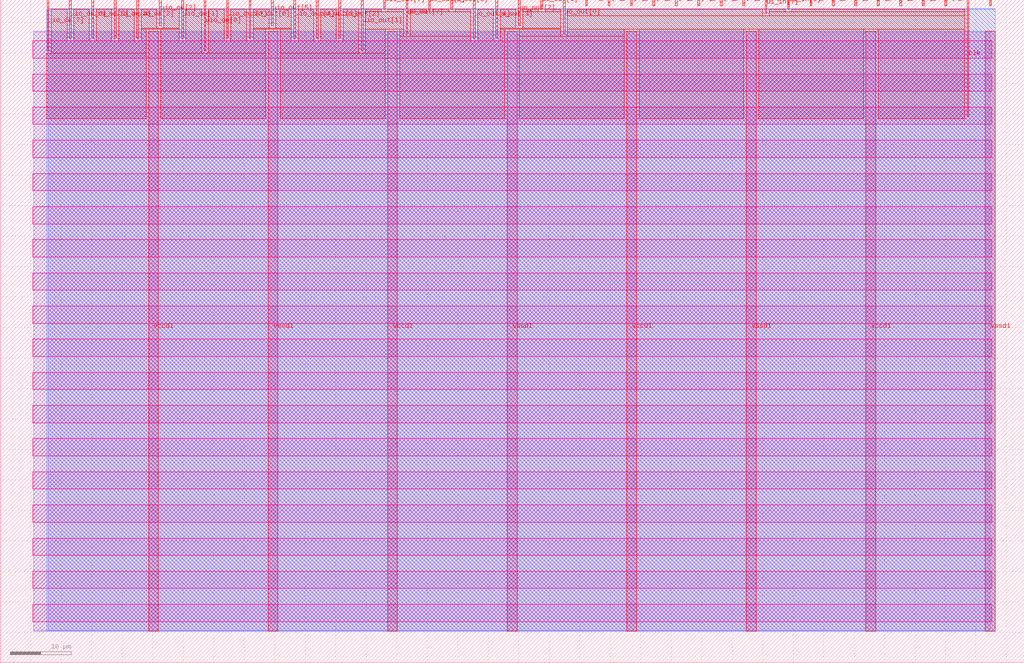
<source format=lef>
VERSION 5.7 ;
  NOWIREEXTENSIONATPIN ON ;
  DIVIDERCHAR "/" ;
  BUSBITCHARS "[]" ;
MACRO tt_um_wokwi_347144898258928211
  CLASS BLOCK ;
  FOREIGN tt_um_wokwi_347144898258928211 ;
  ORIGIN 0.000 0.000 ;
  SIZE 167.900 BY 108.800 ;
  PIN clk
    DIRECTION INPUT ;
    USE SIGNAL ;
    PORT
      LAYER met4 ;
        RECT 158.550 89.580 158.850 108.800 ;
    END
  END clk
  PIN ena
    DIRECTION INPUT ;
    USE SIGNAL ;
    PORT
      LAYER met4 ;
        RECT 162.230 107.800 162.530 108.800 ;
    END
  END ena
  PIN rst_n
    DIRECTION INPUT ;
    USE SIGNAL ;
    PORT
      LAYER met4 ;
        RECT 154.870 107.800 155.170 108.800 ;
    END
  END rst_n
  PIN ui_in[0]
    DIRECTION INPUT ;
    USE SIGNAL ;
    PORT
      LAYER met4 ;
        RECT 151.190 107.800 151.490 108.800 ;
    END
  END ui_in[0]
  PIN ui_in[1]
    DIRECTION INPUT ;
    USE SIGNAL ;
    PORT
      LAYER met4 ;
        RECT 147.510 107.800 147.810 108.800 ;
    END
  END ui_in[1]
  PIN ui_in[2]
    DIRECTION INPUT ;
    USE SIGNAL ;
    PORT
      LAYER met4 ;
        RECT 143.830 107.800 144.130 108.800 ;
    END
  END ui_in[2]
  PIN ui_in[3]
    DIRECTION INPUT ;
    USE SIGNAL ;
    PORT
      LAYER met4 ;
        RECT 140.150 107.800 140.450 108.800 ;
    END
  END ui_in[3]
  PIN ui_in[4]
    DIRECTION INPUT ;
    USE SIGNAL ;
    PORT
      LAYER met4 ;
        RECT 136.470 107.800 136.770 108.800 ;
    END
  END ui_in[4]
  PIN ui_in[5]
    DIRECTION INPUT ;
    USE SIGNAL ;
    PORT
      LAYER met4 ;
        RECT 132.790 107.800 133.090 108.800 ;
    END
  END ui_in[5]
  PIN ui_in[6]
    DIRECTION INPUT ;
    USE SIGNAL ;
    PORT
      LAYER met4 ;
        RECT 129.110 107.260 129.410 108.800 ;
    END
  END ui_in[6]
  PIN ui_in[7]
    DIRECTION INPUT ;
    USE SIGNAL ;
    PORT
      LAYER met4 ;
        RECT 125.430 106.580 125.730 108.800 ;
    END
  END ui_in[7]
  PIN uio_in[0]
    DIRECTION INPUT ;
    USE SIGNAL ;
    PORT
      LAYER met4 ;
        RECT 121.750 107.800 122.050 108.800 ;
    END
  END uio_in[0]
  PIN uio_in[1]
    DIRECTION INPUT ;
    USE SIGNAL ;
    PORT
      LAYER met4 ;
        RECT 118.070 107.800 118.370 108.800 ;
    END
  END uio_in[1]
  PIN uio_in[2]
    DIRECTION INPUT ;
    USE SIGNAL ;
    PORT
      LAYER met4 ;
        RECT 114.390 107.800 114.690 108.800 ;
    END
  END uio_in[2]
  PIN uio_in[3]
    DIRECTION INPUT ;
    USE SIGNAL ;
    PORT
      LAYER met4 ;
        RECT 110.710 107.800 111.010 108.800 ;
    END
  END uio_in[3]
  PIN uio_in[4]
    DIRECTION INPUT ;
    USE SIGNAL ;
    PORT
      LAYER met4 ;
        RECT 107.030 107.800 107.330 108.800 ;
    END
  END uio_in[4]
  PIN uio_in[5]
    DIRECTION INPUT ;
    USE SIGNAL ;
    PORT
      LAYER met4 ;
        RECT 103.350 107.800 103.650 108.800 ;
    END
  END uio_in[5]
  PIN uio_in[6]
    DIRECTION INPUT ;
    USE SIGNAL ;
    PORT
      LAYER met4 ;
        RECT 99.670 107.800 99.970 108.800 ;
    END
  END uio_in[6]
  PIN uio_in[7]
    DIRECTION INPUT ;
    USE SIGNAL ;
    PORT
      LAYER met4 ;
        RECT 95.990 107.800 96.290 108.800 ;
    END
  END uio_in[7]
  PIN uio_oe[0]
    DIRECTION OUTPUT TRISTATE ;
    USE SIGNAL ;
    PORT
      LAYER met4 ;
        RECT 33.430 100.460 33.730 108.800 ;
    END
  END uio_oe[0]
  PIN uio_oe[1]
    DIRECTION OUTPUT TRISTATE ;
    USE SIGNAL ;
    PORT
      LAYER met4 ;
        RECT 29.750 102.500 30.050 108.800 ;
    END
  END uio_oe[1]
  PIN uio_oe[2]
    DIRECTION OUTPUT TRISTATE ;
    USE SIGNAL ;
    PORT
      LAYER met4 ;
        RECT 26.070 104.540 26.370 108.800 ;
    END
  END uio_oe[2]
  PIN uio_oe[3]
    DIRECTION OUTPUT TRISTATE ;
    USE SIGNAL ;
    PORT
      LAYER met4 ;
        RECT 22.390 102.500 22.690 108.800 ;
    END
  END uio_oe[3]
  PIN uio_oe[4]
    DIRECTION OUTPUT TRISTATE ;
    USE SIGNAL ;
    PORT
      LAYER met4 ;
        RECT 18.710 102.500 19.010 108.800 ;
    END
  END uio_oe[4]
  PIN uio_oe[5]
    DIRECTION OUTPUT TRISTATE ;
    USE SIGNAL ;
    PORT
      LAYER met4 ;
        RECT 15.030 102.500 15.330 108.800 ;
    END
  END uio_oe[5]
  PIN uio_oe[6]
    DIRECTION OUTPUT TRISTATE ;
    USE SIGNAL ;
    PORT
      LAYER met4 ;
        RECT 11.350 102.500 11.650 108.800 ;
    END
  END uio_oe[6]
  PIN uio_oe[7]
    DIRECTION OUTPUT TRISTATE ;
    USE SIGNAL ;
    PORT
      LAYER met4 ;
        RECT 7.670 100.460 7.970 108.800 ;
    END
  END uio_oe[7]
  PIN uio_out[0]
    DIRECTION OUTPUT TRISTATE ;
    USE SIGNAL ;
    PORT
      LAYER met4 ;
        RECT 62.870 107.260 63.170 108.800 ;
    END
  END uio_out[0]
  PIN uio_out[1]
    DIRECTION OUTPUT TRISTATE ;
    USE SIGNAL ;
    PORT
      LAYER met4 ;
        RECT 59.190 100.460 59.490 108.800 ;
    END
  END uio_out[1]
  PIN uio_out[2]
    DIRECTION OUTPUT TRISTATE ;
    USE SIGNAL ;
    PORT
      LAYER met4 ;
        RECT 55.510 102.500 55.810 108.800 ;
    END
  END uio_out[2]
  PIN uio_out[3]
    DIRECTION OUTPUT TRISTATE ;
    USE SIGNAL ;
    PORT
      LAYER met4 ;
        RECT 51.830 102.500 52.130 108.800 ;
    END
  END uio_out[3]
  PIN uio_out[4]
    DIRECTION OUTPUT TRISTATE ;
    USE SIGNAL ;
    PORT
      LAYER met4 ;
        RECT 48.150 102.500 48.450 108.800 ;
    END
  END uio_out[4]
  PIN uio_out[5]
    DIRECTION OUTPUT TRISTATE ;
    USE SIGNAL ;
    PORT
      LAYER met4 ;
        RECT 44.470 104.540 44.770 108.800 ;
    END
  END uio_out[5]
  PIN uio_out[6]
    DIRECTION OUTPUT TRISTATE ;
    USE SIGNAL ;
    PORT
      LAYER met4 ;
        RECT 40.790 102.500 41.090 108.800 ;
    END
  END uio_out[6]
  PIN uio_out[7]
    DIRECTION OUTPUT TRISTATE ;
    USE SIGNAL ;
    PORT
      LAYER met4 ;
        RECT 37.110 102.500 37.410 108.800 ;
    END
  END uio_out[7]
  PIN uo_out[0]
    DIRECTION OUTPUT TRISTATE ;
    USE SIGNAL ;
    PORT
      LAYER met4 ;
        RECT 92.310 103.180 92.610 108.800 ;
    END
  END uo_out[0]
  PIN uo_out[1]
    DIRECTION OUTPUT TRISTATE ;
    USE SIGNAL ;
    PORT
      LAYER met4 ;
        RECT 88.630 107.260 88.930 108.800 ;
    END
  END uo_out[1]
  PIN uo_out[2]
    DIRECTION OUTPUT TRISTATE ;
    USE SIGNAL ;
    PORT
      LAYER met4 ;
        RECT 84.950 104.540 85.250 108.800 ;
    END
  END uo_out[2]
  PIN uo_out[3]
    DIRECTION OUTPUT TRISTATE ;
    USE SIGNAL ;
    PORT
      LAYER met4 ;
        RECT 81.270 102.500 81.570 108.800 ;
    END
  END uo_out[3]
  PIN uo_out[4]
    DIRECTION OUTPUT TRISTATE ;
    USE SIGNAL ;
    PORT
      LAYER met4 ;
        RECT 77.590 102.500 77.890 108.800 ;
    END
  END uo_out[4]
  PIN uo_out[5]
    DIRECTION OUTPUT TRISTATE ;
    USE SIGNAL ;
    PORT
      LAYER met4 ;
        RECT 73.910 107.260 74.210 108.800 ;
    END
  END uo_out[5]
  PIN uo_out[6]
    DIRECTION OUTPUT TRISTATE ;
    USE SIGNAL ;
    PORT
      LAYER met4 ;
        RECT 70.230 107.260 70.530 108.800 ;
    END
  END uo_out[6]
  PIN uo_out[7]
    DIRECTION OUTPUT TRISTATE ;
    USE SIGNAL ;
    PORT
      LAYER met4 ;
        RECT 66.550 103.180 66.850 108.800 ;
    END
  END uo_out[7]
  PIN vccd1
    DIRECTION INOUT ;
    USE POWER ;
    PORT
      LAYER met4 ;
        RECT 24.325 5.200 25.925 103.600 ;
    END
    PORT
      LAYER met4 ;
        RECT 63.535 5.200 65.135 103.600 ;
    END
    PORT
      LAYER met4 ;
        RECT 102.745 5.200 104.345 103.600 ;
    END
    PORT
      LAYER met4 ;
        RECT 141.955 5.200 143.555 103.600 ;
    END
  END vccd1
  PIN vssd1
    DIRECTION INOUT ;
    USE GROUND ;
    PORT
      LAYER met4 ;
        RECT 43.930 5.200 45.530 103.600 ;
    END
    PORT
      LAYER met4 ;
        RECT 83.140 5.200 84.740 103.600 ;
    END
    PORT
      LAYER met4 ;
        RECT 122.350 5.200 123.950 103.600 ;
    END
    PORT
      LAYER met4 ;
        RECT 161.560 5.200 163.160 103.600 ;
    END
  END vssd1
  OBS
      LAYER nwell ;
        RECT 5.330 99.225 162.570 102.055 ;
        RECT 5.330 93.785 162.570 96.615 ;
        RECT 5.330 88.345 162.570 91.175 ;
        RECT 5.330 82.905 162.570 85.735 ;
        RECT 5.330 77.465 162.570 80.295 ;
        RECT 5.330 72.025 162.570 74.855 ;
        RECT 5.330 66.585 162.570 69.415 ;
        RECT 5.330 61.145 162.570 63.975 ;
        RECT 5.330 55.705 162.570 58.535 ;
        RECT 5.330 50.265 162.570 53.095 ;
        RECT 5.330 44.825 162.570 47.655 ;
        RECT 5.330 39.385 162.570 42.215 ;
        RECT 5.330 33.945 162.570 36.775 ;
        RECT 5.330 28.505 162.570 31.335 ;
        RECT 5.330 23.065 162.570 25.895 ;
        RECT 5.330 17.625 162.570 20.455 ;
        RECT 5.330 12.185 162.570 15.015 ;
        RECT 5.330 6.745 162.570 9.575 ;
      LAYER li1 ;
        RECT 5.520 5.355 162.380 103.445 ;
      LAYER met1 ;
        RECT 5.520 5.200 163.160 103.600 ;
      LAYER met2 ;
        RECT 7.910 5.255 163.130 107.285 ;
      LAYER met3 ;
        RECT 7.630 5.275 163.150 107.265 ;
      LAYER met4 ;
        RECT 8.370 102.100 10.950 107.265 ;
        RECT 12.050 102.100 14.630 107.265 ;
        RECT 15.730 102.100 18.310 107.265 ;
        RECT 19.410 102.100 21.990 107.265 ;
        RECT 23.090 104.140 25.670 107.265 ;
        RECT 26.770 104.140 29.350 107.265 ;
        RECT 23.090 104.000 29.350 104.140 ;
        RECT 23.090 102.100 23.925 104.000 ;
        RECT 8.370 100.060 23.925 102.100 ;
        RECT 7.655 89.255 23.925 100.060 ;
        RECT 26.325 102.100 29.350 104.000 ;
        RECT 30.450 102.100 33.030 107.265 ;
        RECT 26.325 100.060 33.030 102.100 ;
        RECT 34.130 102.100 36.710 107.265 ;
        RECT 37.810 102.100 40.390 107.265 ;
        RECT 41.490 104.140 44.070 107.265 ;
        RECT 45.170 104.140 47.750 107.265 ;
        RECT 41.490 104.000 47.750 104.140 ;
        RECT 41.490 102.100 43.530 104.000 ;
        RECT 34.130 100.060 43.530 102.100 ;
        RECT 26.325 89.255 43.530 100.060 ;
        RECT 45.930 102.100 47.750 104.000 ;
        RECT 48.850 102.100 51.430 107.265 ;
        RECT 52.530 102.100 55.110 107.265 ;
        RECT 56.210 102.100 58.790 107.265 ;
        RECT 45.930 100.060 58.790 102.100 ;
        RECT 59.890 106.860 62.470 107.265 ;
        RECT 63.570 106.860 66.150 107.265 ;
        RECT 59.890 104.000 66.150 106.860 ;
        RECT 59.890 100.060 63.135 104.000 ;
        RECT 45.930 89.255 63.135 100.060 ;
        RECT 65.535 102.780 66.150 104.000 ;
        RECT 67.250 106.860 69.830 107.265 ;
        RECT 70.930 106.860 73.510 107.265 ;
        RECT 74.610 106.860 77.190 107.265 ;
        RECT 67.250 102.780 77.190 106.860 ;
        RECT 65.535 102.100 77.190 102.780 ;
        RECT 78.290 102.100 80.870 107.265 ;
        RECT 81.970 104.140 84.550 107.265 ;
        RECT 85.650 106.860 88.230 107.265 ;
        RECT 89.330 106.860 91.910 107.265 ;
        RECT 85.650 104.140 91.910 106.860 ;
        RECT 81.970 104.000 91.910 104.140 ;
        RECT 81.970 102.100 82.740 104.000 ;
        RECT 65.535 89.255 82.740 102.100 ;
        RECT 85.140 102.780 91.910 104.000 ;
        RECT 93.010 106.180 125.030 107.265 ;
        RECT 126.130 106.860 128.710 107.265 ;
        RECT 129.810 106.860 158.150 107.265 ;
        RECT 126.130 106.180 158.150 106.860 ;
        RECT 93.010 104.000 158.150 106.180 ;
        RECT 93.010 102.780 102.345 104.000 ;
        RECT 85.140 89.255 102.345 102.780 ;
        RECT 104.745 89.255 121.950 104.000 ;
        RECT 124.350 89.255 141.555 104.000 ;
        RECT 143.955 89.255 158.150 104.000 ;
  END
END tt_um_wokwi_347144898258928211
END LIBRARY


</source>
